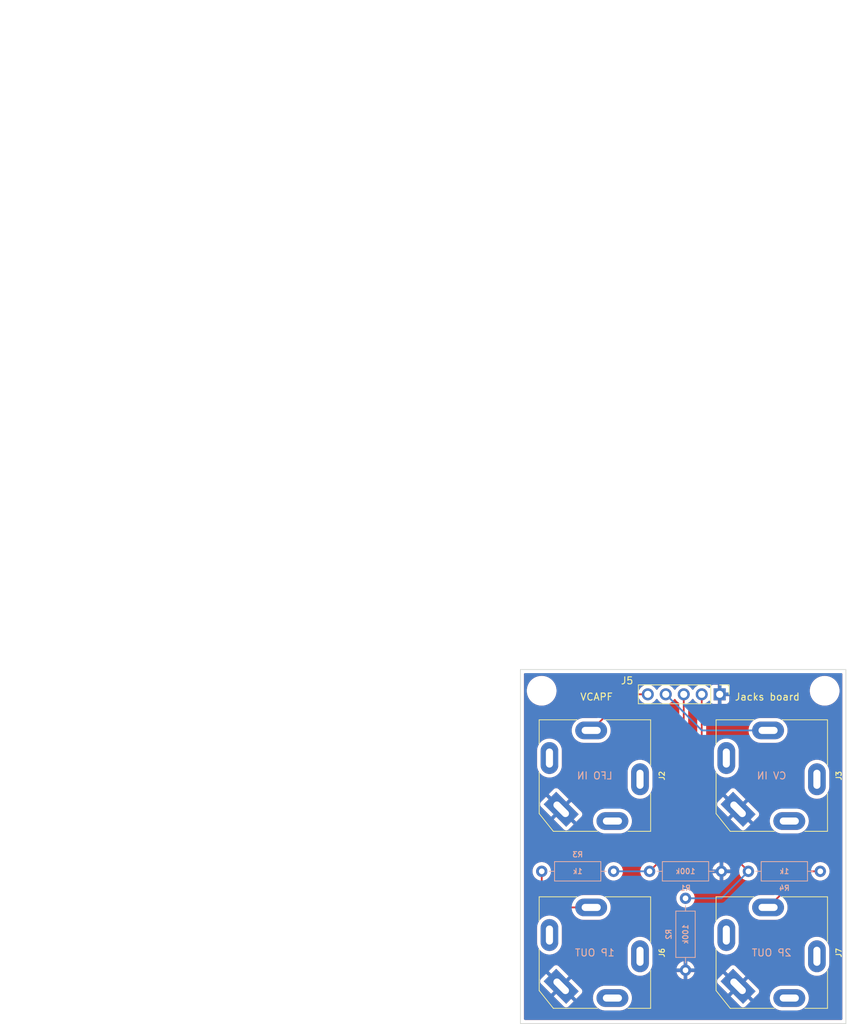
<source format=kicad_pcb>
(kicad_pcb (version 20211014) (generator pcbnew)
  (layers (0 "F.Cu" signal) (31 "B.Cu" signal) (34 "B.Paste" user) (35 "F.Paste" user) (36 "B.SilkS" user "B.Silkscreen") (37 "F.SilkS" user "F.Silkscreen") (38 "B.Mask" user) (39 "F.Mask" user) (44 "Edge.Cuts" user))
  (net 0 "")
  (net 1 "Board_0-/1P OUT")
  (net 2 "Board_0-/1POLE_OUT_J")
  (net 3 "Board_0-/2P OUT")
  (net 4 "Board_0-/2POLE_OUT_J")
  (net 5 "Board_0-/CV_J")
  (net 6 "Board_0-/INPUT_J")
  (net 7 "Board_0-GND1")
  (footprint "ao_tht:Jack_6.35mm_PJ_629HAN_slots" (layer "F.Cu") (at 137.499999 89.999999 -90)
    (fp_text reference "J2" (at 0 -9.5 90 unlocked) (layer "F.SilkS") (effects (font (size 0.75 0.75))))
    (fp_text value "AudioJack2")
    (fp_line (start -7.9 7.85) (end -7.9 2.5) (layer "F.SilkS") (width 0.12))
    (fp_line (start 7.85 5.8) (end 7.85 5.85) (layer "F.SilkS") (width 0.12))
    (fp_line (start 2.5 -7.9) (end 7.85 -7.9) (layer "F.SilkS") (width 0.12))
    (fp_line (start 5.35 7.85) (end -0.5 7.85) (layer "F.SilkS") (width 0.12))
    (fp_line (start 7.85 -0.4) (end 7.85 5.8) (layer "F.SilkS") (width 0.12))
    (fp_line (start -7.9 -1.5) (end -7.9 -7.9) (layer "F.SilkS") (width 0.12))
    (fp_line (start -4.5 7.85) (end -7.9 7.85) (layer "F.SilkS") (width 0.12))
    (fp_line (start -7.9 -7.9) (end -1.5 -7.9) (layer "F.SilkS") (width 0.12))
    (fp_line (start 7.85 5.85) (end 5.35 7.85) (layer "F.SilkS") (width 0.12))
    (fp_line (start 7.85 -7.9) (end 7.85 -4.7) (layer "F.SilkS") (width 0.12))
    (pad "R" thru_hole oval (at 0.5 -6.4 270) (size 4.500001 2.5) (drill oval 2.7 1) (layers *.Cu *.Mask))
    (pad "RN" thru_hole oval (at 6.4 -2.5 270) (size 2.500001 4.500001) (drill oval 1 2.7) (layers *.Cu *.Mask))
    (pad "S" thru_hole rect (at 4.74 4.74 315) (size 4.500001 2.500001) (drill oval 2.7 1) (layers *.Cu *.Mask) (net 7 "Board_0-GND1"))
    (pad "T" thru_hole oval (at -6.4 0.5 270) (size 2.5 4.5) (drill oval 1 2.7) (layers *.Cu *.Mask) (net 6 "Board_0-/INPUT_J"))
    (pad "TN" thru_hole oval (at -2.5 6.4 270) (size 4.5 2.5) (drill oval 2.7 1) (layers *.Cu *.Mask))
  )
  (footprint "ao_tht:MountingHole_3.2mm_M3" (layer "F.Cu") (at 169.999999 77.999999)
    (fp_text reference "H4" hide)
    (fp_text value "MountingHole")
    (pad "" np_thru_hole circle locked (at 0 0) (size 3.2 3.2) (drill 3.2) (layers *.Cu *.Mask))
  )
  (footprint "ao_tht:Jack_6.35mm_PJ_629HAN_slots" (layer "F.Cu") (at 162.499999 114.999999 -90)
    (fp_text reference "J7" (at 0 -9.5 90 unlocked) (layer "F.SilkS") (effects (font (size 0.75 0.75))))
    (fp_text value "AudioJack2")
    (fp_line (start -7.9 -7.9) (end -1.5 -7.9) (layer "F.SilkS") (width 0.12))
    (fp_line (start 7.85 -0.4) (end 7.85 5.8) (layer "F.SilkS") (width 0.12))
    (fp_line (start -4.5 7.85) (end -7.9 7.85) (layer "F.SilkS") (width 0.12))
    (fp_line (start 7.85 5.8) (end 7.85 5.85) (layer "F.SilkS") (width 0.12))
    (fp_line (start 5.35 7.85) (end -0.5 7.85) (layer "F.SilkS") (width 0.12))
    (fp_line (start -7.9 -1.5) (end -7.9 -7.9) (layer "F.SilkS") (width 0.12))
    (fp_line (start 7.85 -7.9) (end 7.85 -4.7) (layer "F.SilkS") (width 0.12))
    (fp_line (start 2.5 -7.9) (end 7.85 -7.9) (layer "F.SilkS") (width 0.12))
    (fp_line (start -7.9 7.85) (end -7.9 2.5) (layer "F.SilkS") (width 0.12))
    (fp_line (start 7.85 5.85) (end 5.35 7.85) (layer "F.SilkS") (width 0.12))
    (pad "R" thru_hole oval (at 0.5 -6.4 270) (size 4.500001 2.5) (drill oval 2.7 1) (layers *.Cu *.Mask))
    (pad "RN" thru_hole oval (at 6.4 -2.5 270) (size 2.500001 4.500001) (drill oval 1 2.7) (layers *.Cu *.Mask))
    (pad "S" thru_hole rect (at 4.74 4.74 315) (size 4.500001 2.500001) (drill oval 2.7 1) (layers *.Cu *.Mask) (net 7 "Board_0-GND1"))
    (pad "T" thru_hole oval (at -6.4 0.5 270) (size 2.5 4.5) (drill oval 1 2.7) (layers *.Cu *.Mask) (net 3 "Board_0-/2P OUT"))
    (pad "TN" thru_hole oval (at -2.5 6.4 270) (size 4.5 2.5) (drill oval 2.7 1) (layers *.Cu *.Mask))
  )
  (footprint "ao_tht:Jack_6.35mm_PJ_629HAN_slots" (layer "F.Cu") (at 162.499999 89.999999 -90)
    (fp_text reference "J3" (at 0 -9.5 90 unlocked) (layer "F.SilkS") (effects (font (size 0.75 0.75))))
    (fp_text value "AudioJack2")
    (fp_line (start 2.5 -7.9) (end 7.85 -7.9) (layer "F.SilkS") (width 0.12))
    (fp_line (start -7.9 7.85) (end -7.9 2.5) (layer "F.SilkS") (width 0.12))
    (fp_line (start 7.85 -7.9) (end 7.85 -4.7) (layer "F.SilkS") (width 0.12))
    (fp_line (start -7.9 -1.5) (end -7.9 -7.9) (layer "F.SilkS") (width 0.12))
    (fp_line (start -4.5 7.85) (end -7.9 7.85) (layer "F.SilkS") (width 0.12))
    (fp_line (start 7.85 5.8) (end 7.85 5.85) (layer "F.SilkS") (width 0.12))
    (fp_line (start 7.85 5.85) (end 5.35 7.85) (layer "F.SilkS") (width 0.12))
    (fp_line (start 5.35 7.85) (end -0.5 7.85) (layer "F.SilkS") (width 0.12))
    (fp_line (start -7.9 -7.9) (end -1.5 -7.9) (layer "F.SilkS") (width 0.12))
    (fp_line (start 7.85 -0.4) (end 7.85 5.8) (layer "F.SilkS") (width 0.12))
    (pad "R" thru_hole oval (at 0.5 -6.4 270) (size 4.500001 2.5) (drill oval 2.7 1) (layers *.Cu *.Mask))
    (pad "RN" thru_hole oval (at 6.4 -2.5 270) (size 2.500001 4.500001) (drill oval 1 2.7) (layers *.Cu *.Mask))
    (pad "S" thru_hole rect (at 4.74 4.74 315) (size 4.500001 2.500001) (drill oval 2.7 1) (layers *.Cu *.Mask) (net 7 "Board_0-GND1"))
    (pad "T" thru_hole oval (at -6.4 0.5 270) (size 2.5 4.5) (drill oval 1 2.7) (layers *.Cu *.Mask) (net 5 "Board_0-/CV_J"))
    (pad "TN" thru_hole oval (at -2.5 6.4 270) (size 4.5 2.5) (drill oval 2.7 1) (layers *.Cu *.Mask))
  )
  (footprint "ao_tht:MountingHole_3.2mm_M3" (layer "F.Cu") (at 129.999999 77.999999)
    (fp_text reference "H3" hide)
    (fp_text value "MountingHole")
    (pad "" np_thru_hole circle locked (at 0 0) (size 3.2 3.2) (drill 3.2) (layers *.Cu *.Mask))
  )
  (footprint "Connector_PinHeader_2.54mm:PinHeader_1x05_P2.54mm_Vertical" (layer "F.Cu") (at 155.159999 78.499999 -90)
    (fp_text reference "J5" (at -1.924 13.085 unlocked) (layer "F.SilkS"))
    (fp_text value "Conn_01x05")
    (fp_line (start -1.33 -1.33) (end 0 -1.33) (layer "F.SilkS") (width 0.12))
    (fp_line (start -1.33 11.49) (end 1.33 11.49) (layer "F.SilkS") (width 0.12))
    (fp_line (start -1.33 1.27) (end -1.33 11.49) (layer "F.SilkS") (width 0.12))
    (fp_line (start 1.33 1.27) (end 1.33 11.49) (layer "F.SilkS") (width 0.12))
    (fp_line (start -1.33 0) (end -1.33 -1.33) (layer "F.SilkS") (width 0.12))
    (fp_line (start -1.33 1.27) (end 1.33 1.27) (layer "F.SilkS") (width 0.12))
    (pad "1" thru_hole rect (at 0 0 270) (size 1.7 1.7) (drill 1) (layers *.Cu *.Mask) (net 7 "Board_0-GND1"))
    (pad "2" thru_hole oval (at 0 2.54 270) (size 1.7 1.7) (drill 1) (layers *.Cu *.Mask) (net 4 "Board_0-/2POLE_OUT_J"))
    (pad "3" thru_hole oval (at 0 5.08 270) (size 1.7 1.7) (drill 1) (layers *.Cu *.Mask) (net 2 "Board_0-/1POLE_OUT_J"))
    (pad "4" thru_hole oval (at 0 7.62 270) (size 1.7 1.7) (drill 1) (layers *.Cu *.Mask) (net 5 "Board_0-/CV_J"))
    (pad "5" thru_hole oval (at 0 10.16 270) (size 1.7 1.7) (drill 1) (layers *.Cu *.Mask) (net 6 "Board_0-/INPUT_J"))
  )
  (footprint "ao_tht:Jack_6.35mm_PJ_629HAN_slots" (layer "F.Cu") (at 137.499999 114.999999 -90)
    (fp_text reference "J6" (at 0 -9.5 90 unlocked) (layer "F.SilkS") (effects (font (size 0.75 0.75))))
    (fp_text value "AudioJack2")
    (fp_line (start 7.85 5.85) (end 5.35 7.85) (layer "F.SilkS") (width 0.12))
    (fp_line (start 5.35 7.85) (end -0.5 7.85) (layer "F.SilkS") (width 0.12))
    (fp_line (start -7.9 -7.9) (end -1.5 -7.9) (layer "F.SilkS") (width 0.12))
    (fp_line (start -7.9 7.85) (end -7.9 2.5) (layer "F.SilkS") (width 0.12))
    (fp_line (start -4.5 7.85) (end -7.9 7.85) (layer "F.SilkS") (width 0.12))
    (fp_line (start 7.85 -7.9) (end 7.85 -4.7) (layer "F.SilkS") (width 0.12))
    (fp_line (start -7.9 -1.5) (end -7.9 -7.9) (layer "F.SilkS") (width 0.12))
    (fp_line (start 7.85 5.8) (end 7.85 5.85) (layer "F.SilkS") (width 0.12))
    (fp_line (start 7.85 -0.4) (end 7.85 5.8) (layer "F.SilkS") (width 0.12))
    (fp_line (start 2.5 -7.9) (end 7.85 -7.9) (layer "F.SilkS") (width 0.12))
    (pad "R" thru_hole oval (at 0.5 -6.4 270) (size 4.500001 2.5) (drill oval 2.7 1) (layers *.Cu *.Mask))
    (pad "RN" thru_hole oval (at 6.4 -2.5 270) (size 2.500001 4.500001) (drill oval 1 2.7) (layers *.Cu *.Mask))
    (pad "S" thru_hole rect (at 4.74 4.74 315) (size 4.500001 2.500001) (drill oval 2.7 1) (layers *.Cu *.Mask) (net 7 "Board_0-GND1"))
    (pad "T" thru_hole oval (at -6.4 0.5 270) (size 2.5 4.5) (drill oval 1 2.7) (layers *.Cu *.Mask) (net 1 "Board_0-/1P OUT"))
    (pad "TN" thru_hole oval (at -2.5 6.4 270) (size 4.5 2.5) (drill oval 2.7 1) (layers *.Cu *.Mask))
  )
  (footprint "ao_tht:R_Axial_DIN0207_L6.3mm_D2.5mm_P10.16mm_Horizontal" (layer "B.Cu") (at 150.329999 107.309999 -90)
    (fp_text reference "R2" (at 5.08 2.37 90 unlocked) (layer "B.SilkS") (effects (font (size 0.75 0.75)) (justify mirror)))
    (fp_text value "100k")
    (fp_text user "${VALUE}" (at 5.08 0 90 unlocked) (layer "B.SilkS") (effects (font (size 0.75 0.75)) (justify mirror)))
    (fp_line (start 9.12 0) (end 8.35 0) (layer "B.SilkS") (width 0.12))
    (fp_line (start 1.81 -1.37) (end 8.35 -1.37) (layer "B.SilkS") (width 0.12))
    (fp_line (start 8.35 -1.37) (end 8.35 1.37) (layer "B.SilkS") (width 0.12))
    (fp_line (start 1.04 0) (end 1.81 0) (layer "B.SilkS") (width 0.12))
    (fp_line (start 8.35 1.37) (end 1.81 1.37) (layer "B.SilkS") (width 0.12))
    (fp_line (start 1.81 1.37) (end 1.81 -1.37) (layer "B.SilkS") (width 0.12))
    (pad "1" thru_hole circle locked (at 0 0 270) (size 1.6 1.6) (drill 0.8) (layers *.Cu *.Mask) (net 4 "Board_0-/2POLE_OUT_J"))
    (pad "2" thru_hole oval locked (at 10.16 0 270) (size 1.6 1.6) (drill 0.8) (layers *.Cu *.Mask) (net 7 "Board_0-GND1"))
  )
  (footprint "ao_tht:R_Axial_DIN0207_L6.3mm_D2.5mm_P10.16mm_Horizontal" (layer "B.Cu") (at 145.249999 103.499999)
    (fp_text reference "R1" (at 5.08 2.37 unlocked) (layer "B.SilkS") (effects (font (size 0.75 0.75)) (justify mirror)))
    (fp_text value "100k")
    (fp_text user "${VALUE}" (at 5.08 0 unlocked) (layer "B.SilkS") (effects (font (size 0.75 0.75)) (justify mirror)))
    (fp_line (start 1.81 1.37) (end 1.81 -1.37) (layer "B.SilkS") (width 0.12))
    (fp_line (start 8.35 -1.37) (end 8.35 1.37) (layer "B.SilkS") (width 0.12))
    (fp_line (start 8.35 1.37) (end 1.81 1.37) (layer "B.SilkS") (width 0.12))
    (fp_line (start 9.12 0) (end 8.35 0) (layer "B.SilkS") (width 0.12))
    (fp_line (start 1.04 0) (end 1.81 0) (layer "B.SilkS") (width 0.12))
    (fp_line (start 1.81 -1.37) (end 8.35 -1.37) (layer "B.SilkS") (width 0.12))
    (pad "1" thru_hole circle locked (at 0 0) (size 1.6 1.6) (drill 0.8) (layers *.Cu *.Mask) (net 2 "Board_0-/1POLE_OUT_J"))
    (pad "2" thru_hole oval locked (at 10.16 0) (size 1.6 1.6) (drill 0.8) (layers *.Cu *.Mask) (net 7 "Board_0-GND1"))
  )
  (footprint "ao_tht:R_Axial_DIN0207_L6.3mm_D2.5mm_P10.16mm_Horizontal" (layer "B.Cu") (at 159.219999 103.499999)
    (fp_text reference "R4" (at 5.08 2.37 unlocked) (layer "B.SilkS") (effects (font (size 0.75 0.75)) (justify mirror)))
    (fp_text value "1k")
    (fp_text user "${VALUE}" (at 5.08 0 unlocked) (layer "B.SilkS") (effects (font (size 0.75 0.75)) (justify mirror)))
    (fp_line (start 1.81 1.37) (end 1.81 -1.37) (layer "B.SilkS") (width 0.12))
    (fp_line (start 8.35 -1.37) (end 8.35 1.37) (layer "B.SilkS") (width 0.12))
    (fp_line (start 1.04 0) (end 1.81 0) (layer "B.SilkS") (width 0.12))
    (fp_line (start 9.12 0) (end 8.35 0) (layer "B.SilkS") (width 0.12))
    (fp_line (start 8.35 1.37) (end 1.81 1.37) (layer "B.SilkS") (width 0.12))
    (fp_line (start 1.81 -1.37) (end 8.35 -1.37) (layer "B.SilkS") (width 0.12))
    (pad "1" thru_hole circle locked (at 0 0) (size 1.6 1.6) (drill 0.8) (layers *.Cu *.Mask) (net 4 "Board_0-/2POLE_OUT_J"))
    (pad "2" thru_hole oval locked (at 10.16 0) (size 1.6 1.6) (drill 0.8) (layers *.Cu *.Mask) (net 3 "Board_0-/2P OUT"))
  )
  (footprint "ao_tht:R_Axial_DIN0207_L6.3mm_D2.5mm_P10.16mm_Horizontal" (layer "B.Cu") (at 140.169999 103.499999 180)
    (fp_text reference "R3" (at 5.08 2.37 unlocked) (layer "B.SilkS") (effects (font (size 0.75 0.75)) (justify mirror)))
    (fp_text value "1k")
    (fp_text user "${VALUE}" (at 5.08 0 unlocked) (layer "B.SilkS") (effects (font (size 0.75 0.75)) (justify mirror)))
    (fp_line (start 9.12 0) (end 8.35 0) (layer "B.SilkS") (width 0.12))
    (fp_line (start 8.35 1.37) (end 1.81 1.37) (layer "B.SilkS") (width 0.12))
    (fp_line (start 1.81 -1.37) (end 8.35 -1.37) (layer "B.SilkS") (width 0.12))
    (fp_line (start 1.04 0) (end 1.81 0) (layer "B.SilkS") (width 0.12))
    (fp_line (start 1.81 1.37) (end 1.81 -1.37) (layer "B.SilkS") (width 0.12))
    (fp_line (start 8.35 -1.37) (end 8.35 1.37) (layer "B.SilkS") (width 0.12))
    (pad "1" thru_hole circle locked (at 0 0 180) (size 1.6 1.6) (drill 0.8) (layers *.Cu *.Mask) (net 2 "Board_0-/1POLE_OUT_J"))
    (pad "2" thru_hole oval locked (at 10.16 0 180) (size 1.6 1.6) (drill 0.8) (layers *.Cu *.Mask) (net 1 "Board_0-/1P OUT"))
  )
  (gr_line (start 126.999292 74.999292) (end 173.001 75) (layer "Edge.Cuts") (width 0.1))
  (gr_line (start 173.001 75) (end 173.000707 125.000707) (layer "Edge.Cuts") (width 0.1))
  (gr_line (start 126.999292 125.000707) (end 126.999292 74.999292) (layer "Edge.Cuts") (width 0.1))
  (gr_line (start 173.000707 125.000707) (end 126.999292 125.000707) (layer "Edge.Cuts") (width 0.1))
  (gr_text "1P OUT" (at 137.499999 114.999999) (layer "B.SilkS") (effects (font (size 1 1)) (justify mirror)))
  (gr_text "LFO IN" (at 137.499999 89.999999) (layer "B.SilkS") (effects (font (size 1 1)) (justify mirror)))
  (gr_text "CV IN" (at 162.499999 89.999999) (layer "B.SilkS") (effects (font (size 1 1)) (justify mirror)))
  (gr_text "2P OUT" (at 162.499999 114.999999) (layer "B.SilkS") (effects (font (size 1 1)) (justify mirror)))
  (gr_text "VCAPF" (at 137.756999 78.861999) (layer "F.SilkS") (effects (font (size 1 1))))
  (gr_text "Jacks board" (at 161.886999 78.861999) (layer "F.SilkS") (effects (font (size 1 1))))
  (segment (start 130.009999 104.836706) (end 133.773292 108.599999) (width 0.25) (layer "F.Cu") (net 1))
  (segment (start 133.773292 108.599999) (end 136.999999 108.599999) (width 0.25) (layer "F.Cu") (net 1))
  (segment (start 130.009999 103.499999) (end 130.009999 104.836706) (width 0.25) (layer "F.Cu") (net 1))
  (segment (start 150.079999 98.669999) (end 145.249999 103.499999) (width 0.25) (layer "F.Cu") (net 2))
  (segment (start 150.079999 78.499999) (end 150.079999 98.669999) (width 0.25) (layer "F.Cu") (net 2))
  (segment (start 145.249999 103.499999) (end 140.169999 103.499999) (width 0.25) (layer "B.Cu") (net 2))
  (segment (start 169.379999 103.499999) (end 167.099999 103.499999) (width 0.25) (layer "F.Cu") (net 3))
  (segment (start 167.099999 103.499999) (end 161.999999 108.599999) (width 0.25) (layer "F.Cu") (net 3))
  (segment (start 152.619999 78.499999) (end 152.619999 96.899999) (width 0.25) (layer "F.Cu") (net 4))
  (segment (start 152.619999 96.899999) (end 159.219999 103.499999) (width 0.25) (layer "F.Cu") (net 4))
  (segment (start 150.329999 107.309999) (end 155.409999 107.309999) (width 0.25) (layer "B.Cu") (net 4))
  (segment (start 155.409999 107.309999) (end 159.219999 103.499999) (width 0.25) (layer "B.Cu") (net 4))
  (segment (start 152.639999 83.599999) (end 161.999999 83.599999) (width 0.25) (layer "B.Cu") (net 5))
  (segment (start 147.539999 78.499999) (end 152.639999 83.599999) (width 0.25) (layer "B.Cu") (net 5))
  (segment (start 142.099999 78.499999) (end 144.999999 78.499999) (width 0.25) (layer "F.Cu") (net 6))
  (segment (start 136.999999 83.599999) (end 142.099999 78.499999) (width 0.25) (layer "F.Cu") (net 6))
  (zone (net 7) (net_name "Board_0-GND1") (layers F&B.Cu) (connect_pads (clearance 0.508)) (min_thickness 0.254) (fill yes (thermal_gap 0.508) (thermal_bridge_width 0.508))
    (polygon (pts (xy 172.999999 74.999999) (xy 126.999999 74.999999) (xy 126.999999 124.999999) (xy 172.999999 124.999999)))
  )
)
</source>
